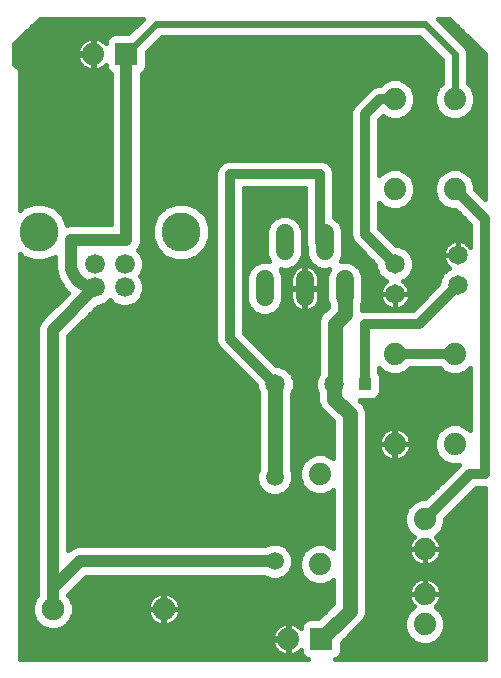
<source format=gbl>
G75*
%MOIN*%
%OFA0B0*%
%FSLAX25Y25*%
%IPPOS*%
%LPD*%
%AMOC8*
5,1,8,0,0,1.08239X$1,22.5*
%
%ADD10C,0.06500*%
%ADD11C,0.07500*%
%ADD12C,0.05943*%
%ADD13C,0.07400*%
%ADD14C,0.05943*%
%ADD15R,0.07400X0.07400*%
%ADD16C,0.06600*%
%ADD17C,0.13000*%
%ADD18C,0.03200*%
%ADD19C,0.01600*%
%ADD20C,0.05000*%
%ADD21R,0.04362X0.04362*%
%ADD22C,0.04000*%
%ADD23C,0.02400*%
D10*
X0091950Y0096800D03*
X0111650Y0096800D03*
X0131800Y0126800D03*
X0131800Y0136800D03*
X0152745Y0139753D03*
X0152745Y0129753D03*
D11*
X0054800Y0021800D03*
X0017800Y0021800D03*
D12*
X0091800Y0037800D03*
X0091800Y0065800D03*
D13*
X0106800Y0066800D03*
X0106800Y0036800D03*
X0096300Y0011800D03*
X0141800Y0016800D03*
X0141800Y0026800D03*
X0141800Y0041800D03*
X0141800Y0051800D03*
X0131800Y0076800D03*
X0151800Y0076800D03*
X0151800Y0106800D03*
X0131800Y0106800D03*
X0131800Y0161800D03*
X0151800Y0161800D03*
X0151800Y0191800D03*
X0131800Y0191800D03*
X0031300Y0206800D03*
D14*
X0088414Y0131701D02*
X0088414Y0125757D01*
X0095107Y0141112D02*
X0095107Y0147055D01*
X0101800Y0131701D02*
X0101800Y0125757D01*
X0108493Y0141112D02*
X0108493Y0147055D01*
X0115186Y0131701D02*
X0115186Y0125757D01*
D15*
X0042300Y0206800D03*
X0107300Y0011800D03*
D16*
X0041721Y0129000D03*
X0041721Y0136800D03*
X0031879Y0136800D03*
X0031879Y0129000D03*
D17*
X0013100Y0147500D03*
X0060500Y0147500D03*
D18*
X0076800Y0166800D02*
X0106800Y0166800D01*
X0106800Y0144083D01*
X0108493Y0144083D01*
X0121800Y0146800D02*
X0131800Y0136800D01*
X0121800Y0146800D02*
X0121800Y0186800D01*
X0126800Y0191800D01*
X0131800Y0191800D01*
X0151800Y0161800D02*
X0161800Y0151800D01*
X0161800Y0066800D01*
X0156800Y0066800D01*
X0141800Y0051800D01*
X0121800Y0096800D02*
X0121800Y0116800D01*
X0139792Y0116800D01*
X0152745Y0129753D01*
X0151800Y0106800D02*
X0131800Y0106800D01*
X0091950Y0096800D02*
X0076800Y0111950D01*
X0076800Y0166800D01*
D19*
X0006800Y0140082D02*
X0006800Y0005000D01*
X0102722Y0005000D01*
X0101787Y0005387D01*
X0100887Y0006287D01*
X0100400Y0007463D01*
X0100400Y0008122D01*
X0099883Y0007605D01*
X0099183Y0007096D01*
X0098411Y0006703D01*
X0097588Y0006435D01*
X0096733Y0006300D01*
X0096500Y0006300D01*
X0096500Y0011600D01*
X0096100Y0011600D01*
X0096100Y0006300D01*
X0095867Y0006300D01*
X0095012Y0006435D01*
X0094189Y0006703D01*
X0093417Y0007096D01*
X0092717Y0007605D01*
X0092105Y0008217D01*
X0091596Y0008917D01*
X0091203Y0009689D01*
X0090935Y0010512D01*
X0090800Y0011367D01*
X0090800Y0011600D01*
X0096100Y0011600D01*
X0096100Y0012000D01*
X0096100Y0017300D01*
X0095867Y0017300D01*
X0095012Y0017165D01*
X0094189Y0016897D01*
X0093417Y0016504D01*
X0092717Y0015995D01*
X0092105Y0015383D01*
X0091596Y0014683D01*
X0091203Y0013911D01*
X0090935Y0013088D01*
X0090800Y0012233D01*
X0090800Y0012000D01*
X0096100Y0012000D01*
X0096500Y0012000D01*
X0096500Y0017300D01*
X0096733Y0017300D01*
X0097588Y0017165D01*
X0098411Y0016897D01*
X0099183Y0016504D01*
X0099883Y0015995D01*
X0100400Y0015478D01*
X0100400Y0016137D01*
X0100887Y0017313D01*
X0101787Y0018213D01*
X0102963Y0018700D01*
X0106139Y0018700D01*
X0111100Y0023661D01*
X0111100Y0031342D01*
X0110709Y0030950D01*
X0108172Y0029900D01*
X0105427Y0029900D01*
X0102891Y0030950D01*
X0100950Y0032891D01*
X0099900Y0035427D01*
X0099900Y0038172D01*
X0100950Y0040709D01*
X0102891Y0042650D01*
X0105427Y0043700D01*
X0108172Y0043700D01*
X0110709Y0042650D01*
X0111100Y0042258D01*
X0111100Y0061342D01*
X0110709Y0060950D01*
X0108172Y0059900D01*
X0105427Y0059900D01*
X0102891Y0060950D01*
X0100950Y0062891D01*
X0099900Y0065427D01*
X0099900Y0068172D01*
X0100950Y0070709D01*
X0102891Y0072650D01*
X0105427Y0073700D01*
X0108172Y0073700D01*
X0110709Y0072650D01*
X0111100Y0072258D01*
X0111100Y0084439D01*
X0108421Y0087118D01*
X0106818Y0088721D01*
X0105950Y0090816D01*
X0105950Y0093706D01*
X0105200Y0095517D01*
X0105200Y0098083D01*
X0106100Y0100256D01*
X0106100Y0117934D01*
X0106968Y0120029D01*
X0109486Y0122547D01*
X0109486Y0123391D01*
X0109014Y0124530D01*
X0109014Y0132928D01*
X0109874Y0135004D01*
X0109721Y0134940D01*
X0107265Y0134940D01*
X0104997Y0135880D01*
X0103261Y0137616D01*
X0102321Y0139884D01*
X0102321Y0142353D01*
X0102000Y0143129D01*
X0102000Y0162000D01*
X0081600Y0162000D01*
X0081600Y0113938D01*
X0092288Y0103250D01*
X0093233Y0103250D01*
X0095604Y0102268D01*
X0097418Y0100454D01*
X0098400Y0098083D01*
X0098400Y0095517D01*
X0097500Y0093344D01*
X0097500Y0068166D01*
X0097972Y0067028D01*
X0097972Y0064572D01*
X0097032Y0062304D01*
X0095296Y0060568D01*
X0093028Y0059628D01*
X0090572Y0059628D01*
X0088304Y0060568D01*
X0086568Y0062304D01*
X0085628Y0064572D01*
X0085628Y0067028D01*
X0086100Y0068166D01*
X0086100Y0094068D01*
X0085500Y0095517D01*
X0085500Y0096462D01*
X0074081Y0107881D01*
X0072731Y0109231D01*
X0072000Y0110995D01*
X0072000Y0167755D01*
X0072731Y0169519D01*
X0074081Y0170869D01*
X0075845Y0171600D01*
X0107755Y0171600D01*
X0109519Y0170869D01*
X0110869Y0169519D01*
X0111600Y0167755D01*
X0111600Y0152448D01*
X0111989Y0152287D01*
X0113725Y0150551D01*
X0114665Y0148283D01*
X0114665Y0139884D01*
X0113805Y0137809D01*
X0113958Y0137872D01*
X0116413Y0137872D01*
X0118682Y0136933D01*
X0120418Y0135197D01*
X0121357Y0132928D01*
X0121357Y0124530D01*
X0120886Y0123391D01*
X0120886Y0121600D01*
X0137804Y0121600D01*
X0146295Y0130091D01*
X0146295Y0131036D01*
X0147277Y0133406D01*
X0149091Y0135221D01*
X0149919Y0135564D01*
X0149455Y0135901D01*
X0148893Y0136463D01*
X0148426Y0137106D01*
X0148065Y0137814D01*
X0147819Y0138570D01*
X0147695Y0139355D01*
X0147695Y0139753D01*
X0152745Y0139753D01*
X0152745Y0139753D01*
X0152745Y0144803D01*
X0153142Y0144803D01*
X0153927Y0144678D01*
X0154683Y0144433D01*
X0155392Y0144072D01*
X0156035Y0143605D01*
X0156597Y0143043D01*
X0157000Y0142488D01*
X0157000Y0149812D01*
X0151912Y0154900D01*
X0150427Y0154900D01*
X0147891Y0155950D01*
X0145950Y0157891D01*
X0144900Y0160427D01*
X0144900Y0163172D01*
X0145950Y0165709D01*
X0147891Y0167650D01*
X0150427Y0168700D01*
X0153172Y0168700D01*
X0155709Y0167650D01*
X0157650Y0165709D01*
X0158700Y0163172D01*
X0158700Y0161688D01*
X0161800Y0158588D01*
X0161800Y0206800D01*
X0150039Y0218561D01*
X0146262Y0218561D01*
X0154292Y0210530D01*
X0155530Y0209292D01*
X0156200Y0207675D01*
X0156200Y0197158D01*
X0157650Y0195709D01*
X0158700Y0193172D01*
X0158700Y0190427D01*
X0157650Y0187891D01*
X0155709Y0185950D01*
X0153172Y0184900D01*
X0150427Y0184900D01*
X0147891Y0185950D01*
X0145950Y0187891D01*
X0144900Y0190427D01*
X0144900Y0193172D01*
X0145950Y0195709D01*
X0147400Y0197158D01*
X0147400Y0204977D01*
X0139977Y0212400D01*
X0054123Y0212400D01*
X0049200Y0207477D01*
X0049200Y0202463D01*
X0048713Y0201287D01*
X0047813Y0200387D01*
X0047500Y0200258D01*
X0047500Y0143766D01*
X0046708Y0141854D01*
X0046284Y0141430D01*
X0047232Y0140482D01*
X0048221Y0138093D01*
X0048221Y0135507D01*
X0047232Y0133118D01*
X0047014Y0132900D01*
X0047232Y0132682D01*
X0048221Y0130293D01*
X0048221Y0127707D01*
X0047232Y0125318D01*
X0045403Y0123490D01*
X0043014Y0122500D01*
X0040428Y0122500D01*
X0038039Y0123490D01*
X0036800Y0124729D01*
X0035561Y0123490D01*
X0033172Y0122500D01*
X0032733Y0122500D01*
X0023000Y0112767D01*
X0023000Y0041354D01*
X0023854Y0042208D01*
X0025766Y0043000D01*
X0088272Y0043000D01*
X0088304Y0043032D01*
X0090572Y0043972D01*
X0093028Y0043972D01*
X0095296Y0043032D01*
X0097032Y0041296D01*
X0097972Y0039028D01*
X0097972Y0036572D01*
X0097032Y0034304D01*
X0095296Y0032568D01*
X0093028Y0031628D01*
X0090572Y0031628D01*
X0088304Y0032568D01*
X0088272Y0032600D01*
X0028954Y0032600D01*
X0023000Y0026646D01*
X0023000Y0026429D01*
X0023692Y0025737D01*
X0024750Y0023182D01*
X0024750Y0020418D01*
X0023692Y0017863D01*
X0021737Y0015908D01*
X0019182Y0014850D01*
X0016418Y0014850D01*
X0013863Y0015908D01*
X0011908Y0017863D01*
X0010850Y0020418D01*
X0010850Y0023182D01*
X0011908Y0025737D01*
X0012600Y0026429D01*
X0012600Y0115956D01*
X0013392Y0117867D01*
X0014854Y0119330D01*
X0022792Y0127267D01*
X0022372Y0127572D01*
X0022372Y0127572D01*
X0019900Y0130975D01*
X0018600Y0134976D01*
X0018600Y0139282D01*
X0018595Y0139277D01*
X0015029Y0137800D01*
X0011171Y0137800D01*
X0007605Y0139277D01*
X0006800Y0140082D01*
X0006800Y0139272D02*
X0007617Y0139272D01*
X0006800Y0137673D02*
X0018600Y0137673D01*
X0018600Y0136075D02*
X0006800Y0136075D01*
X0006800Y0134476D02*
X0018762Y0134476D01*
X0019282Y0132878D02*
X0006800Y0132878D01*
X0006800Y0131279D02*
X0019801Y0131279D01*
X0020840Y0129681D02*
X0006800Y0129681D01*
X0006800Y0128082D02*
X0022002Y0128082D01*
X0022009Y0126484D02*
X0006800Y0126484D01*
X0006800Y0124885D02*
X0020410Y0124885D01*
X0018812Y0123287D02*
X0006800Y0123287D01*
X0006800Y0121688D02*
X0017213Y0121688D01*
X0015615Y0120090D02*
X0006800Y0120090D01*
X0006800Y0118491D02*
X0014016Y0118491D01*
X0012988Y0116893D02*
X0006800Y0116893D01*
X0006800Y0115294D02*
X0012600Y0115294D01*
X0012600Y0113696D02*
X0006800Y0113696D01*
X0006800Y0112097D02*
X0012600Y0112097D01*
X0012600Y0110499D02*
X0006800Y0110499D01*
X0006800Y0108900D02*
X0012600Y0108900D01*
X0012600Y0107302D02*
X0006800Y0107302D01*
X0006800Y0105703D02*
X0012600Y0105703D01*
X0012600Y0104105D02*
X0006800Y0104105D01*
X0006800Y0102506D02*
X0012600Y0102506D01*
X0012600Y0100908D02*
X0006800Y0100908D01*
X0006800Y0099309D02*
X0012600Y0099309D01*
X0012600Y0097711D02*
X0006800Y0097711D01*
X0006800Y0096112D02*
X0012600Y0096112D01*
X0012600Y0094514D02*
X0006800Y0094514D01*
X0006800Y0092915D02*
X0012600Y0092915D01*
X0012600Y0091317D02*
X0006800Y0091317D01*
X0006800Y0089718D02*
X0012600Y0089718D01*
X0012600Y0088120D02*
X0006800Y0088120D01*
X0006800Y0086521D02*
X0012600Y0086521D01*
X0012600Y0084923D02*
X0006800Y0084923D01*
X0006800Y0083324D02*
X0012600Y0083324D01*
X0012600Y0081726D02*
X0006800Y0081726D01*
X0006800Y0080127D02*
X0012600Y0080127D01*
X0012600Y0078529D02*
X0006800Y0078529D01*
X0006800Y0076930D02*
X0012600Y0076930D01*
X0012600Y0075332D02*
X0006800Y0075332D01*
X0006800Y0073733D02*
X0012600Y0073733D01*
X0012600Y0072134D02*
X0006800Y0072134D01*
X0006800Y0070536D02*
X0012600Y0070536D01*
X0012600Y0068937D02*
X0006800Y0068937D01*
X0006800Y0067339D02*
X0012600Y0067339D01*
X0012600Y0065740D02*
X0006800Y0065740D01*
X0006800Y0064142D02*
X0012600Y0064142D01*
X0012600Y0062543D02*
X0006800Y0062543D01*
X0006800Y0060945D02*
X0012600Y0060945D01*
X0012600Y0059346D02*
X0006800Y0059346D01*
X0006800Y0057748D02*
X0012600Y0057748D01*
X0012600Y0056149D02*
X0006800Y0056149D01*
X0006800Y0054551D02*
X0012600Y0054551D01*
X0012600Y0052952D02*
X0006800Y0052952D01*
X0006800Y0051354D02*
X0012600Y0051354D01*
X0012600Y0049755D02*
X0006800Y0049755D01*
X0006800Y0048157D02*
X0012600Y0048157D01*
X0012600Y0046558D02*
X0006800Y0046558D01*
X0006800Y0044960D02*
X0012600Y0044960D01*
X0012600Y0043361D02*
X0006800Y0043361D01*
X0006800Y0041763D02*
X0012600Y0041763D01*
X0012600Y0040164D02*
X0006800Y0040164D01*
X0006800Y0038566D02*
X0012600Y0038566D01*
X0012600Y0036967D02*
X0006800Y0036967D01*
X0006800Y0035369D02*
X0012600Y0035369D01*
X0012600Y0033770D02*
X0006800Y0033770D01*
X0006800Y0032172D02*
X0012600Y0032172D01*
X0012600Y0030573D02*
X0006800Y0030573D01*
X0006800Y0028975D02*
X0012600Y0028975D01*
X0012600Y0027376D02*
X0006800Y0027376D01*
X0006800Y0025778D02*
X0011949Y0025778D01*
X0011263Y0024179D02*
X0006800Y0024179D01*
X0006800Y0022581D02*
X0010850Y0022581D01*
X0010850Y0020982D02*
X0006800Y0020982D01*
X0006800Y0019384D02*
X0011278Y0019384D01*
X0011986Y0017785D02*
X0006800Y0017785D01*
X0006800Y0016187D02*
X0013585Y0016187D01*
X0006800Y0014588D02*
X0091548Y0014588D01*
X0090920Y0012990D02*
X0006800Y0012990D01*
X0006800Y0011391D02*
X0090800Y0011391D01*
X0091169Y0009793D02*
X0006800Y0009793D01*
X0006800Y0008194D02*
X0092128Y0008194D01*
X0094519Y0006596D02*
X0006800Y0006596D01*
X0022015Y0016187D02*
X0092980Y0016187D01*
X0096100Y0016187D02*
X0096500Y0016187D01*
X0096500Y0014588D02*
X0096100Y0014588D01*
X0096100Y0012990D02*
X0096500Y0012990D01*
X0096500Y0011391D02*
X0096100Y0011391D01*
X0096100Y0009793D02*
X0096500Y0009793D01*
X0096500Y0008194D02*
X0096100Y0008194D01*
X0096100Y0006596D02*
X0096500Y0006596D01*
X0098081Y0006596D02*
X0100759Y0006596D01*
X0100421Y0016187D02*
X0099620Y0016187D01*
X0101360Y0017785D02*
X0058634Y0017785D01*
X0058416Y0017567D02*
X0059033Y0018184D01*
X0059547Y0018891D01*
X0059943Y0019670D01*
X0060213Y0020500D01*
X0060350Y0021363D01*
X0060350Y0021714D01*
X0054886Y0021714D01*
X0054886Y0021886D01*
X0060350Y0021886D01*
X0060350Y0022237D01*
X0060213Y0023100D01*
X0059943Y0023930D01*
X0059547Y0024709D01*
X0059033Y0025416D01*
X0058416Y0026033D01*
X0057709Y0026547D01*
X0056930Y0026943D01*
X0056100Y0027213D01*
X0055237Y0027350D01*
X0054886Y0027350D01*
X0054886Y0021886D01*
X0054714Y0021886D01*
X0054714Y0027350D01*
X0054363Y0027350D01*
X0053500Y0027213D01*
X0052670Y0026943D01*
X0051891Y0026547D01*
X0051184Y0026033D01*
X0050567Y0025416D01*
X0050053Y0024709D01*
X0049657Y0023930D01*
X0049387Y0023100D01*
X0049250Y0022237D01*
X0049250Y0021886D01*
X0054714Y0021886D01*
X0054714Y0021714D01*
X0054886Y0021714D01*
X0054886Y0016250D01*
X0055237Y0016250D01*
X0056100Y0016387D01*
X0056930Y0016657D01*
X0057709Y0017053D01*
X0058416Y0017567D01*
X0059798Y0019384D02*
X0106823Y0019384D01*
X0108421Y0020982D02*
X0060290Y0020982D01*
X0060296Y0022581D02*
X0110020Y0022581D01*
X0111100Y0024179D02*
X0059817Y0024179D01*
X0058671Y0025778D02*
X0111100Y0025778D01*
X0111100Y0027376D02*
X0023730Y0027376D01*
X0023651Y0025778D02*
X0050929Y0025778D01*
X0049783Y0024179D02*
X0024337Y0024179D01*
X0024750Y0022581D02*
X0049304Y0022581D01*
X0049250Y0021714D02*
X0049250Y0021363D01*
X0049387Y0020500D01*
X0049657Y0019670D01*
X0050053Y0018891D01*
X0050567Y0018184D01*
X0051184Y0017567D01*
X0051891Y0017053D01*
X0052670Y0016657D01*
X0053500Y0016387D01*
X0054363Y0016250D01*
X0054714Y0016250D01*
X0054714Y0021714D01*
X0049250Y0021714D01*
X0049310Y0020982D02*
X0024750Y0020982D01*
X0024322Y0019384D02*
X0049802Y0019384D01*
X0050966Y0017785D02*
X0023614Y0017785D01*
X0025329Y0028975D02*
X0111100Y0028975D01*
X0111100Y0030573D02*
X0109798Y0030573D01*
X0103802Y0030573D02*
X0026927Y0030573D01*
X0028526Y0032172D02*
X0089261Y0032172D01*
X0094339Y0032172D02*
X0101670Y0032172D01*
X0100586Y0033770D02*
X0096498Y0033770D01*
X0097473Y0035369D02*
X0099924Y0035369D01*
X0099900Y0036967D02*
X0097972Y0036967D01*
X0097972Y0038566D02*
X0100063Y0038566D01*
X0100725Y0040164D02*
X0097501Y0040164D01*
X0096565Y0041763D02*
X0102005Y0041763D01*
X0104610Y0043361D02*
X0094501Y0043361D01*
X0089099Y0043361D02*
X0023000Y0043361D01*
X0023000Y0041763D02*
X0023409Y0041763D01*
X0023000Y0044960D02*
X0111100Y0044960D01*
X0111100Y0046558D02*
X0023000Y0046558D01*
X0023000Y0048157D02*
X0111100Y0048157D01*
X0111100Y0049755D02*
X0023000Y0049755D01*
X0023000Y0051354D02*
X0111100Y0051354D01*
X0111100Y0052952D02*
X0023000Y0052952D01*
X0023000Y0054551D02*
X0111100Y0054551D01*
X0111100Y0056149D02*
X0023000Y0056149D01*
X0023000Y0057748D02*
X0111100Y0057748D01*
X0111100Y0059346D02*
X0023000Y0059346D01*
X0023000Y0060945D02*
X0087927Y0060945D01*
X0086469Y0062543D02*
X0023000Y0062543D01*
X0023000Y0064142D02*
X0085807Y0064142D01*
X0085628Y0065740D02*
X0023000Y0065740D01*
X0023000Y0067339D02*
X0085757Y0067339D01*
X0086100Y0068937D02*
X0023000Y0068937D01*
X0023000Y0070536D02*
X0086100Y0070536D01*
X0086100Y0072134D02*
X0023000Y0072134D01*
X0023000Y0073733D02*
X0086100Y0073733D01*
X0086100Y0075332D02*
X0023000Y0075332D01*
X0023000Y0076930D02*
X0086100Y0076930D01*
X0086100Y0078529D02*
X0023000Y0078529D01*
X0023000Y0080127D02*
X0086100Y0080127D01*
X0086100Y0081726D02*
X0023000Y0081726D01*
X0023000Y0083324D02*
X0086100Y0083324D01*
X0086100Y0084923D02*
X0023000Y0084923D01*
X0023000Y0086521D02*
X0086100Y0086521D01*
X0086100Y0088120D02*
X0023000Y0088120D01*
X0023000Y0089718D02*
X0086100Y0089718D01*
X0086100Y0091317D02*
X0023000Y0091317D01*
X0023000Y0092915D02*
X0086100Y0092915D01*
X0085916Y0094514D02*
X0023000Y0094514D01*
X0023000Y0096112D02*
X0085500Y0096112D01*
X0084251Y0097711D02*
X0023000Y0097711D01*
X0023000Y0099309D02*
X0082653Y0099309D01*
X0081054Y0100908D02*
X0023000Y0100908D01*
X0023000Y0102506D02*
X0079456Y0102506D01*
X0077857Y0104105D02*
X0023000Y0104105D01*
X0023000Y0105703D02*
X0076259Y0105703D01*
X0074660Y0107302D02*
X0023000Y0107302D01*
X0023000Y0108900D02*
X0073062Y0108900D01*
X0072206Y0110499D02*
X0023000Y0110499D01*
X0023000Y0112097D02*
X0072000Y0112097D01*
X0072000Y0113696D02*
X0023928Y0113696D01*
X0025527Y0115294D02*
X0072000Y0115294D01*
X0072000Y0116893D02*
X0027125Y0116893D01*
X0028724Y0118491D02*
X0072000Y0118491D01*
X0072000Y0120090D02*
X0030322Y0120090D01*
X0031921Y0121688D02*
X0072000Y0121688D01*
X0072000Y0123287D02*
X0044914Y0123287D01*
X0046799Y0124885D02*
X0072000Y0124885D01*
X0072000Y0126484D02*
X0047715Y0126484D01*
X0048221Y0128082D02*
X0072000Y0128082D01*
X0072000Y0129681D02*
X0048221Y0129681D01*
X0047813Y0131279D02*
X0072000Y0131279D01*
X0072000Y0132878D02*
X0047036Y0132878D01*
X0047794Y0134476D02*
X0072000Y0134476D01*
X0072000Y0136075D02*
X0048221Y0136075D01*
X0048221Y0137673D02*
X0072000Y0137673D01*
X0072000Y0139272D02*
X0065983Y0139272D01*
X0065995Y0139277D02*
X0068723Y0142005D01*
X0070200Y0145571D01*
X0070200Y0149429D01*
X0068723Y0152995D01*
X0065995Y0155723D01*
X0062429Y0157200D01*
X0058571Y0157200D01*
X0055005Y0155723D01*
X0052277Y0152995D01*
X0050800Y0149429D01*
X0050800Y0145571D01*
X0052277Y0142005D01*
X0055005Y0139277D01*
X0058571Y0137800D01*
X0062429Y0137800D01*
X0065995Y0139277D01*
X0067588Y0140870D02*
X0072000Y0140870D01*
X0072000Y0142469D02*
X0068915Y0142469D01*
X0069577Y0144068D02*
X0072000Y0144068D01*
X0072000Y0145666D02*
X0070200Y0145666D01*
X0070200Y0147265D02*
X0072000Y0147265D01*
X0072000Y0148863D02*
X0070200Y0148863D01*
X0069772Y0150462D02*
X0072000Y0150462D01*
X0072000Y0152060D02*
X0069110Y0152060D01*
X0068059Y0153659D02*
X0072000Y0153659D01*
X0072000Y0155257D02*
X0066461Y0155257D01*
X0063261Y0156856D02*
X0072000Y0156856D01*
X0072000Y0158454D02*
X0047500Y0158454D01*
X0047500Y0156856D02*
X0057739Y0156856D01*
X0054539Y0155257D02*
X0047500Y0155257D01*
X0047500Y0153659D02*
X0052941Y0153659D01*
X0051890Y0152060D02*
X0047500Y0152060D01*
X0047500Y0150462D02*
X0051228Y0150462D01*
X0050800Y0148863D02*
X0047500Y0148863D01*
X0047500Y0147265D02*
X0050800Y0147265D01*
X0050800Y0145666D02*
X0047500Y0145666D01*
X0047500Y0144068D02*
X0051423Y0144068D01*
X0052085Y0142469D02*
X0046963Y0142469D01*
X0046843Y0140870D02*
X0053412Y0140870D01*
X0055017Y0139272D02*
X0047733Y0139272D01*
X0037100Y0150000D02*
X0022766Y0150000D01*
X0022593Y0149929D01*
X0021323Y0152995D01*
X0018595Y0155723D01*
X0015029Y0157200D01*
X0011171Y0157200D01*
X0007605Y0155723D01*
X0006800Y0154918D01*
X0006800Y0201800D01*
X0005000Y0203600D01*
X0005000Y0210000D01*
X0013561Y0218561D01*
X0047838Y0218561D01*
X0042977Y0213700D01*
X0037963Y0213700D01*
X0036787Y0213213D01*
X0035887Y0212313D01*
X0035400Y0211137D01*
X0035400Y0210478D01*
X0034883Y0210995D01*
X0034183Y0211504D01*
X0033411Y0211897D01*
X0032588Y0212165D01*
X0031733Y0212300D01*
X0031500Y0212300D01*
X0031500Y0207000D01*
X0031100Y0207000D01*
X0031100Y0212300D01*
X0030867Y0212300D01*
X0030012Y0212165D01*
X0029189Y0211897D01*
X0028417Y0211504D01*
X0027717Y0210995D01*
X0027105Y0210383D01*
X0026596Y0209683D01*
X0026203Y0208911D01*
X0025935Y0208088D01*
X0025800Y0207233D01*
X0025800Y0207000D01*
X0031100Y0207000D01*
X0031100Y0206600D01*
X0031500Y0206600D01*
X0031500Y0201300D01*
X0031733Y0201300D01*
X0032588Y0201435D01*
X0033411Y0201703D01*
X0034183Y0202096D01*
X0034883Y0202605D01*
X0035400Y0203122D01*
X0035400Y0202463D01*
X0035887Y0201287D01*
X0036787Y0200387D01*
X0037100Y0200258D01*
X0037100Y0150000D01*
X0037100Y0150462D02*
X0022372Y0150462D01*
X0021710Y0152060D02*
X0037100Y0152060D01*
X0037100Y0153659D02*
X0020659Y0153659D01*
X0019061Y0155257D02*
X0037100Y0155257D01*
X0037100Y0156856D02*
X0015861Y0156856D01*
X0010339Y0156856D02*
X0006800Y0156856D01*
X0006800Y0158454D02*
X0037100Y0158454D01*
X0037100Y0160053D02*
X0006800Y0160053D01*
X0006800Y0161651D02*
X0037100Y0161651D01*
X0037100Y0163250D02*
X0006800Y0163250D01*
X0006800Y0164848D02*
X0037100Y0164848D01*
X0037100Y0166447D02*
X0006800Y0166447D01*
X0006800Y0168045D02*
X0037100Y0168045D01*
X0037100Y0169644D02*
X0006800Y0169644D01*
X0006800Y0171242D02*
X0037100Y0171242D01*
X0037100Y0172841D02*
X0006800Y0172841D01*
X0006800Y0174439D02*
X0037100Y0174439D01*
X0037100Y0176038D02*
X0006800Y0176038D01*
X0006800Y0177636D02*
X0037100Y0177636D01*
X0037100Y0179235D02*
X0006800Y0179235D01*
X0006800Y0180833D02*
X0037100Y0180833D01*
X0037100Y0182432D02*
X0006800Y0182432D01*
X0006800Y0184030D02*
X0037100Y0184030D01*
X0037100Y0185629D02*
X0006800Y0185629D01*
X0006800Y0187227D02*
X0037100Y0187227D01*
X0037100Y0188826D02*
X0006800Y0188826D01*
X0006800Y0190424D02*
X0037100Y0190424D01*
X0037100Y0192023D02*
X0006800Y0192023D01*
X0006800Y0193621D02*
X0037100Y0193621D01*
X0037100Y0195220D02*
X0006800Y0195220D01*
X0006800Y0196818D02*
X0037100Y0196818D01*
X0037100Y0198417D02*
X0006800Y0198417D01*
X0006800Y0200015D02*
X0037100Y0200015D01*
X0035752Y0201614D02*
X0033137Y0201614D01*
X0031500Y0201614D02*
X0031100Y0201614D01*
X0031100Y0201300D02*
X0031100Y0206600D01*
X0025800Y0206600D01*
X0025800Y0206367D01*
X0025935Y0205512D01*
X0026203Y0204689D01*
X0026596Y0203917D01*
X0027105Y0203217D01*
X0027717Y0202605D01*
X0028417Y0202096D01*
X0029189Y0201703D01*
X0030012Y0201435D01*
X0030867Y0201300D01*
X0031100Y0201300D01*
X0029463Y0201614D02*
X0006800Y0201614D01*
X0005388Y0203212D02*
X0027109Y0203212D01*
X0026163Y0204811D02*
X0005000Y0204811D01*
X0005000Y0206409D02*
X0025800Y0206409D01*
X0025923Y0208008D02*
X0005000Y0208008D01*
X0005000Y0209606D02*
X0026557Y0209606D01*
X0028006Y0211205D02*
X0006205Y0211205D01*
X0007803Y0212803D02*
X0036378Y0212803D01*
X0035428Y0211205D02*
X0034594Y0211205D01*
X0031500Y0211205D02*
X0031100Y0211205D01*
X0031100Y0209606D02*
X0031500Y0209606D01*
X0031500Y0208008D02*
X0031100Y0208008D01*
X0031100Y0206409D02*
X0031500Y0206409D01*
X0031500Y0204811D02*
X0031100Y0204811D01*
X0031100Y0203212D02*
X0031500Y0203212D01*
X0043679Y0214402D02*
X0009402Y0214402D01*
X0011001Y0216001D02*
X0045278Y0216001D01*
X0046877Y0217599D02*
X0012599Y0217599D01*
X0047500Y0200015D02*
X0147400Y0200015D01*
X0147400Y0198417D02*
X0133856Y0198417D01*
X0133172Y0198700D02*
X0130427Y0198700D01*
X0127891Y0197650D01*
X0126842Y0196600D01*
X0125845Y0196600D01*
X0124081Y0195869D01*
X0119081Y0190869D01*
X0117731Y0189519D01*
X0117000Y0187755D01*
X0117000Y0145845D01*
X0117731Y0144081D01*
X0125350Y0136462D01*
X0125350Y0135517D01*
X0126332Y0133146D01*
X0128146Y0131332D01*
X0128974Y0130989D01*
X0128510Y0130652D01*
X0127948Y0130090D01*
X0127481Y0129447D01*
X0127120Y0128739D01*
X0126874Y0127983D01*
X0126750Y0127197D01*
X0126750Y0126800D01*
X0131800Y0126800D01*
X0136850Y0126800D01*
X0136850Y0127197D01*
X0136726Y0127983D01*
X0136480Y0128739D01*
X0136119Y0129447D01*
X0135652Y0130090D01*
X0135090Y0130652D01*
X0134626Y0130989D01*
X0135454Y0131332D01*
X0137268Y0133146D01*
X0138250Y0135517D01*
X0138250Y0138083D01*
X0137268Y0140454D01*
X0135454Y0142268D01*
X0133083Y0143250D01*
X0132138Y0143250D01*
X0126600Y0148788D01*
X0126600Y0157242D01*
X0127891Y0155950D01*
X0130427Y0154900D01*
X0133172Y0154900D01*
X0135709Y0155950D01*
X0137650Y0157891D01*
X0138700Y0160427D01*
X0138700Y0163172D01*
X0137650Y0165709D01*
X0135709Y0167650D01*
X0133172Y0168700D01*
X0130427Y0168700D01*
X0127891Y0167650D01*
X0126600Y0166358D01*
X0126600Y0184812D01*
X0127815Y0186027D01*
X0127891Y0185950D01*
X0130427Y0184900D01*
X0133172Y0184900D01*
X0135709Y0185950D01*
X0137650Y0187891D01*
X0138700Y0190427D01*
X0138700Y0193172D01*
X0137650Y0195709D01*
X0135709Y0197650D01*
X0133172Y0198700D01*
X0129744Y0198417D02*
X0047500Y0198417D01*
X0047500Y0196818D02*
X0127060Y0196818D01*
X0123432Y0195220D02*
X0047500Y0195220D01*
X0047500Y0193621D02*
X0121833Y0193621D01*
X0120235Y0192023D02*
X0047500Y0192023D01*
X0047500Y0190424D02*
X0118636Y0190424D01*
X0117444Y0188826D02*
X0047500Y0188826D01*
X0047500Y0187227D02*
X0117000Y0187227D01*
X0117000Y0185629D02*
X0047500Y0185629D01*
X0047500Y0184030D02*
X0117000Y0184030D01*
X0117000Y0182432D02*
X0047500Y0182432D01*
X0047500Y0180833D02*
X0117000Y0180833D01*
X0117000Y0179235D02*
X0047500Y0179235D01*
X0047500Y0177636D02*
X0117000Y0177636D01*
X0117000Y0176038D02*
X0047500Y0176038D01*
X0047500Y0174439D02*
X0117000Y0174439D01*
X0117000Y0172841D02*
X0047500Y0172841D01*
X0047500Y0171242D02*
X0074981Y0171242D01*
X0072855Y0169644D02*
X0047500Y0169644D01*
X0047500Y0168045D02*
X0072120Y0168045D01*
X0072000Y0166447D02*
X0047500Y0166447D01*
X0047500Y0164848D02*
X0072000Y0164848D01*
X0072000Y0163250D02*
X0047500Y0163250D01*
X0047500Y0161651D02*
X0072000Y0161651D01*
X0072000Y0160053D02*
X0047500Y0160053D01*
X0038529Y0123287D02*
X0035071Y0123287D01*
X0018600Y0139272D02*
X0018583Y0139272D01*
X0007139Y0155257D02*
X0006800Y0155257D01*
X0048848Y0201614D02*
X0147400Y0201614D01*
X0147400Y0203212D02*
X0049200Y0203212D01*
X0049200Y0204811D02*
X0147400Y0204811D01*
X0145968Y0206409D02*
X0049200Y0206409D01*
X0049730Y0208008D02*
X0144369Y0208008D01*
X0142771Y0209606D02*
X0051329Y0209606D01*
X0052928Y0211205D02*
X0141172Y0211205D01*
X0147223Y0217599D02*
X0151001Y0217599D01*
X0152599Y0216001D02*
X0148822Y0216001D01*
X0150421Y0214402D02*
X0154198Y0214402D01*
X0155796Y0212803D02*
X0152019Y0212803D01*
X0153618Y0211205D02*
X0157395Y0211205D01*
X0158994Y0209606D02*
X0155216Y0209606D01*
X0156062Y0208008D02*
X0160592Y0208008D01*
X0161800Y0206409D02*
X0156200Y0206409D01*
X0156200Y0204811D02*
X0161800Y0204811D01*
X0161800Y0203212D02*
X0156200Y0203212D01*
X0156200Y0201614D02*
X0161800Y0201614D01*
X0161800Y0200015D02*
X0156200Y0200015D01*
X0156200Y0198417D02*
X0161800Y0198417D01*
X0161800Y0196818D02*
X0156540Y0196818D01*
X0157852Y0195220D02*
X0161800Y0195220D01*
X0161800Y0193621D02*
X0158514Y0193621D01*
X0158700Y0192023D02*
X0161800Y0192023D01*
X0161800Y0190424D02*
X0158699Y0190424D01*
X0158037Y0188826D02*
X0161800Y0188826D01*
X0161800Y0187227D02*
X0156985Y0187227D01*
X0154932Y0185629D02*
X0161800Y0185629D01*
X0161800Y0184030D02*
X0126600Y0184030D01*
X0126600Y0182432D02*
X0161800Y0182432D01*
X0161800Y0180833D02*
X0126600Y0180833D01*
X0126600Y0179235D02*
X0161800Y0179235D01*
X0161800Y0177636D02*
X0126600Y0177636D01*
X0126600Y0176038D02*
X0161800Y0176038D01*
X0161800Y0174439D02*
X0126600Y0174439D01*
X0126600Y0172841D02*
X0161800Y0172841D01*
X0161800Y0171242D02*
X0126600Y0171242D01*
X0126600Y0169644D02*
X0161800Y0169644D01*
X0161800Y0168045D02*
X0154753Y0168045D01*
X0156911Y0166447D02*
X0161800Y0166447D01*
X0161800Y0164848D02*
X0158006Y0164848D01*
X0158668Y0163250D02*
X0161800Y0163250D01*
X0161800Y0161651D02*
X0158737Y0161651D01*
X0160336Y0160053D02*
X0161800Y0160053D01*
X0154752Y0152060D02*
X0126600Y0152060D01*
X0126600Y0150462D02*
X0156350Y0150462D01*
X0157000Y0148863D02*
X0126600Y0148863D01*
X0128124Y0147265D02*
X0157000Y0147265D01*
X0157000Y0145666D02*
X0129722Y0145666D01*
X0131321Y0144068D02*
X0150092Y0144068D01*
X0150098Y0144072D02*
X0149455Y0143605D01*
X0148893Y0143043D01*
X0148426Y0142400D01*
X0148065Y0141691D01*
X0147819Y0140935D01*
X0147695Y0140150D01*
X0147695Y0139753D01*
X0152745Y0139753D01*
X0152745Y0144803D01*
X0152347Y0144803D01*
X0151562Y0144678D01*
X0150806Y0144433D01*
X0150098Y0144072D01*
X0148476Y0142469D02*
X0134968Y0142469D01*
X0136851Y0140870D02*
X0147809Y0140870D01*
X0147708Y0139272D02*
X0137758Y0139272D01*
X0138250Y0137673D02*
X0148137Y0137673D01*
X0149281Y0136075D02*
X0138250Y0136075D01*
X0137819Y0134476D02*
X0148347Y0134476D01*
X0147058Y0132878D02*
X0137000Y0132878D01*
X0135327Y0131279D02*
X0146396Y0131279D01*
X0145885Y0129681D02*
X0135949Y0129681D01*
X0136693Y0128082D02*
X0144286Y0128082D01*
X0142688Y0126484D02*
X0136850Y0126484D01*
X0136850Y0126403D02*
X0136850Y0126800D01*
X0131800Y0126800D01*
X0131800Y0126800D01*
X0131800Y0126800D01*
X0131800Y0121750D01*
X0132197Y0121750D01*
X0132983Y0121874D01*
X0133739Y0122120D01*
X0134447Y0122481D01*
X0135090Y0122948D01*
X0135652Y0123510D01*
X0136119Y0124153D01*
X0136480Y0124861D01*
X0136726Y0125617D01*
X0136850Y0126403D01*
X0136488Y0124885D02*
X0141089Y0124885D01*
X0139491Y0123287D02*
X0135429Y0123287D01*
X0137892Y0121688D02*
X0120886Y0121688D01*
X0120886Y0123287D02*
X0128171Y0123287D01*
X0127948Y0123510D02*
X0128510Y0122948D01*
X0129153Y0122481D01*
X0129861Y0122120D01*
X0130617Y0121874D01*
X0131403Y0121750D01*
X0131800Y0121750D01*
X0131800Y0126800D01*
X0131800Y0126800D01*
X0126750Y0126800D01*
X0126750Y0126403D01*
X0126874Y0125617D01*
X0127120Y0124861D01*
X0127481Y0124153D01*
X0127948Y0123510D01*
X0127112Y0124885D02*
X0121357Y0124885D01*
X0121357Y0126484D02*
X0126750Y0126484D01*
X0126907Y0128082D02*
X0121357Y0128082D01*
X0121357Y0129681D02*
X0127651Y0129681D01*
X0128273Y0131279D02*
X0121357Y0131279D01*
X0121357Y0132878D02*
X0126600Y0132878D01*
X0125781Y0134476D02*
X0120716Y0134476D01*
X0119540Y0136075D02*
X0125350Y0136075D01*
X0124138Y0137673D02*
X0116894Y0137673D01*
X0114411Y0139272D02*
X0122540Y0139272D01*
X0120941Y0140870D02*
X0114665Y0140870D01*
X0114665Y0142469D02*
X0119343Y0142469D01*
X0117744Y0144068D02*
X0114665Y0144068D01*
X0114665Y0145666D02*
X0117074Y0145666D01*
X0117000Y0147265D02*
X0114665Y0147265D01*
X0114424Y0148863D02*
X0117000Y0148863D01*
X0117000Y0150462D02*
X0113762Y0150462D01*
X0112216Y0152060D02*
X0117000Y0152060D01*
X0117000Y0153659D02*
X0111600Y0153659D01*
X0111600Y0155257D02*
X0117000Y0155257D01*
X0117000Y0156856D02*
X0111600Y0156856D01*
X0111600Y0158454D02*
X0117000Y0158454D01*
X0117000Y0160053D02*
X0111600Y0160053D01*
X0111600Y0161651D02*
X0117000Y0161651D01*
X0117000Y0163250D02*
X0111600Y0163250D01*
X0111600Y0164848D02*
X0117000Y0164848D01*
X0117000Y0166447D02*
X0111600Y0166447D01*
X0111480Y0168045D02*
X0117000Y0168045D01*
X0117000Y0169644D02*
X0110745Y0169644D01*
X0108619Y0171242D02*
X0117000Y0171242D01*
X0126600Y0168045D02*
X0128847Y0168045D01*
X0126689Y0166447D02*
X0126600Y0166447D01*
X0134753Y0168045D02*
X0148847Y0168045D01*
X0146689Y0166447D02*
X0136911Y0166447D01*
X0138006Y0164848D02*
X0145594Y0164848D01*
X0144932Y0163250D02*
X0138668Y0163250D01*
X0138700Y0161651D02*
X0144900Y0161651D01*
X0145055Y0160053D02*
X0138545Y0160053D01*
X0137883Y0158454D02*
X0145717Y0158454D01*
X0146986Y0156856D02*
X0136614Y0156856D01*
X0134035Y0155257D02*
X0149565Y0155257D01*
X0153153Y0153659D02*
X0126600Y0153659D01*
X0126600Y0155257D02*
X0129565Y0155257D01*
X0126986Y0156856D02*
X0126600Y0156856D01*
X0109655Y0134476D02*
X0105681Y0134476D01*
X0105881Y0134202D02*
X0105440Y0134809D01*
X0104909Y0135340D01*
X0104301Y0135782D01*
X0103632Y0136123D01*
X0102917Y0136355D01*
X0102176Y0136472D01*
X0101886Y0136472D01*
X0101886Y0128815D01*
X0106572Y0128815D01*
X0106572Y0132076D01*
X0106454Y0132818D01*
X0106222Y0133532D01*
X0105881Y0134202D01*
X0106435Y0132878D02*
X0109014Y0132878D01*
X0109014Y0131279D02*
X0106572Y0131279D01*
X0106572Y0129681D02*
X0109014Y0129681D01*
X0109014Y0128082D02*
X0106572Y0128082D01*
X0106572Y0128643D02*
X0101886Y0128643D01*
X0101886Y0120986D01*
X0102176Y0120986D01*
X0102917Y0121103D01*
X0103632Y0121335D01*
X0104301Y0121676D01*
X0104909Y0122118D01*
X0105440Y0122649D01*
X0105881Y0123257D01*
X0106222Y0123926D01*
X0106454Y0124640D01*
X0106572Y0125382D01*
X0106572Y0128643D01*
X0106572Y0126484D02*
X0109014Y0126484D01*
X0109014Y0124885D02*
X0106493Y0124885D01*
X0105896Y0123287D02*
X0109486Y0123287D01*
X0108627Y0121688D02*
X0104317Y0121688D01*
X0101886Y0121688D02*
X0101714Y0121688D01*
X0101714Y0120986D02*
X0101714Y0128643D01*
X0101886Y0128643D01*
X0101886Y0128815D01*
X0101714Y0128815D01*
X0101714Y0128643D01*
X0097028Y0128643D01*
X0097028Y0125382D01*
X0097146Y0124640D01*
X0097378Y0123926D01*
X0097719Y0123257D01*
X0098160Y0122649D01*
X0098691Y0122118D01*
X0099299Y0121676D01*
X0099968Y0121335D01*
X0100683Y0121103D01*
X0101424Y0120986D01*
X0101714Y0120986D01*
X0101714Y0123287D02*
X0101886Y0123287D01*
X0101886Y0124885D02*
X0101714Y0124885D01*
X0101714Y0126484D02*
X0101886Y0126484D01*
X0101886Y0128082D02*
X0101714Y0128082D01*
X0101714Y0128815D02*
X0097028Y0128815D01*
X0097028Y0132076D01*
X0097146Y0132818D01*
X0097378Y0133532D01*
X0097719Y0134202D01*
X0098160Y0134809D01*
X0098691Y0135340D01*
X0099299Y0135782D01*
X0099968Y0136123D01*
X0100683Y0136355D01*
X0101424Y0136472D01*
X0101714Y0136472D01*
X0101714Y0128815D01*
X0101714Y0129681D02*
X0101886Y0129681D01*
X0101886Y0131279D02*
X0101714Y0131279D01*
X0101714Y0132878D02*
X0101886Y0132878D01*
X0101886Y0134476D02*
X0101714Y0134476D01*
X0101714Y0136075D02*
X0101886Y0136075D01*
X0103726Y0136075D02*
X0104802Y0136075D01*
X0103237Y0137673D02*
X0100363Y0137673D01*
X0100339Y0137616D02*
X0101279Y0139884D01*
X0101279Y0148283D01*
X0100339Y0150551D01*
X0098603Y0152287D01*
X0096335Y0153227D01*
X0093879Y0153227D01*
X0091611Y0152287D01*
X0089875Y0150551D01*
X0088935Y0148283D01*
X0088935Y0139884D01*
X0089795Y0137809D01*
X0089642Y0137872D01*
X0087187Y0137872D01*
X0084918Y0136933D01*
X0083182Y0135197D01*
X0082243Y0132928D01*
X0082243Y0124530D01*
X0083182Y0122262D01*
X0084918Y0120525D01*
X0087187Y0119586D01*
X0089642Y0119586D01*
X0091910Y0120525D01*
X0093646Y0122262D01*
X0094586Y0124530D01*
X0094586Y0132928D01*
X0093726Y0135004D01*
X0093879Y0134940D01*
X0096335Y0134940D01*
X0098603Y0135880D01*
X0100339Y0137616D01*
X0099874Y0136075D02*
X0098798Y0136075D01*
X0097919Y0134476D02*
X0093945Y0134476D01*
X0094586Y0132878D02*
X0097165Y0132878D01*
X0097028Y0131279D02*
X0094586Y0131279D01*
X0094586Y0129681D02*
X0097028Y0129681D01*
X0097028Y0128082D02*
X0094586Y0128082D01*
X0094586Y0126484D02*
X0097028Y0126484D01*
X0097107Y0124885D02*
X0094586Y0124885D01*
X0094071Y0123287D02*
X0097703Y0123287D01*
X0099283Y0121688D02*
X0093073Y0121688D01*
X0090859Y0120090D02*
X0107029Y0120090D01*
X0106331Y0118491D02*
X0081600Y0118491D01*
X0081600Y0116893D02*
X0106100Y0116893D01*
X0106100Y0115294D02*
X0081600Y0115294D01*
X0081842Y0113696D02*
X0106100Y0113696D01*
X0106100Y0112097D02*
X0083441Y0112097D01*
X0085039Y0110499D02*
X0106100Y0110499D01*
X0106100Y0108900D02*
X0086638Y0108900D01*
X0088236Y0107302D02*
X0106100Y0107302D01*
X0106100Y0105703D02*
X0089835Y0105703D01*
X0091433Y0104105D02*
X0106100Y0104105D01*
X0106100Y0102506D02*
X0095029Y0102506D01*
X0096964Y0100908D02*
X0106100Y0100908D01*
X0105708Y0099309D02*
X0097892Y0099309D01*
X0098400Y0097711D02*
X0105200Y0097711D01*
X0105200Y0096112D02*
X0098400Y0096112D01*
X0097984Y0094514D02*
X0105616Y0094514D01*
X0105950Y0092915D02*
X0097500Y0092915D01*
X0097500Y0091317D02*
X0105950Y0091317D01*
X0106405Y0089718D02*
X0097500Y0089718D01*
X0097500Y0088120D02*
X0107419Y0088120D01*
X0109018Y0086521D02*
X0097500Y0086521D01*
X0097500Y0084923D02*
X0110616Y0084923D01*
X0111100Y0083324D02*
X0097500Y0083324D01*
X0097500Y0081726D02*
X0111100Y0081726D01*
X0111100Y0080127D02*
X0097500Y0080127D01*
X0097500Y0078529D02*
X0111100Y0078529D01*
X0111100Y0076930D02*
X0097500Y0076930D01*
X0097500Y0075332D02*
X0111100Y0075332D01*
X0111100Y0073733D02*
X0097500Y0073733D01*
X0097500Y0072134D02*
X0102376Y0072134D01*
X0100879Y0070536D02*
X0097500Y0070536D01*
X0097500Y0068937D02*
X0100217Y0068937D01*
X0099900Y0067339D02*
X0097843Y0067339D01*
X0097972Y0065740D02*
X0099900Y0065740D01*
X0100432Y0064142D02*
X0097793Y0064142D01*
X0097131Y0062543D02*
X0101298Y0062543D01*
X0102905Y0060945D02*
X0095673Y0060945D01*
X0108990Y0043361D02*
X0111100Y0043361D01*
X0122500Y0043361D02*
X0136524Y0043361D01*
X0136435Y0043088D02*
X0136300Y0042233D01*
X0136300Y0041800D01*
X0141800Y0041800D01*
X0147300Y0041800D01*
X0147300Y0042233D01*
X0147165Y0043088D01*
X0146897Y0043911D01*
X0146504Y0044683D01*
X0145995Y0045383D01*
X0145510Y0045868D01*
X0145709Y0045950D01*
X0147650Y0047891D01*
X0148700Y0050427D01*
X0148700Y0051912D01*
X0158788Y0062000D01*
X0161800Y0062000D01*
X0161800Y0005000D01*
X0111878Y0005000D01*
X0112813Y0005387D01*
X0113713Y0006287D01*
X0114200Y0007463D01*
X0114200Y0010639D01*
X0120029Y0016468D01*
X0121632Y0018071D01*
X0122500Y0020166D01*
X0122500Y0087934D01*
X0121632Y0090029D01*
X0120242Y0091419D01*
X0124618Y0091419D01*
X0125794Y0091906D01*
X0126694Y0092806D01*
X0127181Y0093982D01*
X0127181Y0099618D01*
X0126694Y0100794D01*
X0126600Y0100888D01*
X0126600Y0102242D01*
X0127891Y0100950D01*
X0130427Y0099900D01*
X0133172Y0099900D01*
X0135709Y0100950D01*
X0136758Y0102000D01*
X0146842Y0102000D01*
X0147891Y0100950D01*
X0150427Y0099900D01*
X0153172Y0099900D01*
X0155709Y0100950D01*
X0157000Y0102242D01*
X0157000Y0081358D01*
X0155709Y0082650D01*
X0153172Y0083700D01*
X0150427Y0083700D01*
X0147891Y0082650D01*
X0145950Y0080709D01*
X0144900Y0078172D01*
X0144900Y0075427D01*
X0145950Y0072891D01*
X0147891Y0070950D01*
X0150427Y0069900D01*
X0153112Y0069900D01*
X0141912Y0058700D01*
X0140427Y0058700D01*
X0137891Y0057650D01*
X0135950Y0055709D01*
X0134900Y0053172D01*
X0134900Y0050427D01*
X0135950Y0047891D01*
X0137891Y0045950D01*
X0138090Y0045868D01*
X0137605Y0045383D01*
X0137096Y0044683D01*
X0136703Y0043911D01*
X0136435Y0043088D01*
X0136300Y0041800D02*
X0136300Y0041367D01*
X0136435Y0040512D01*
X0136703Y0039689D01*
X0137096Y0038917D01*
X0137605Y0038217D01*
X0138217Y0037605D01*
X0138917Y0037096D01*
X0139689Y0036703D01*
X0140512Y0036435D01*
X0141367Y0036300D01*
X0141800Y0036300D01*
X0142233Y0036300D01*
X0143088Y0036435D01*
X0143911Y0036703D01*
X0144683Y0037096D01*
X0145383Y0037605D01*
X0145995Y0038217D01*
X0146504Y0038917D01*
X0146897Y0039689D01*
X0147165Y0040512D01*
X0147300Y0041367D01*
X0147300Y0041800D01*
X0141800Y0041800D01*
X0141800Y0041800D01*
X0141800Y0036300D01*
X0141800Y0041800D01*
X0141800Y0041800D01*
X0141800Y0041800D01*
X0136300Y0041800D01*
X0136300Y0041763D02*
X0122500Y0041763D01*
X0122500Y0040164D02*
X0136548Y0040164D01*
X0137351Y0038566D02*
X0122500Y0038566D01*
X0122500Y0036967D02*
X0139170Y0036967D01*
X0141800Y0036967D02*
X0141800Y0036967D01*
X0141800Y0038566D02*
X0141800Y0038566D01*
X0141800Y0040164D02*
X0141800Y0040164D01*
X0141800Y0041763D02*
X0141800Y0041763D01*
X0144430Y0036967D02*
X0161800Y0036967D01*
X0161800Y0035369D02*
X0122500Y0035369D01*
X0122500Y0033770D02*
X0161800Y0033770D01*
X0161800Y0032172D02*
X0143043Y0032172D01*
X0143088Y0032165D02*
X0142233Y0032300D01*
X0141800Y0032300D01*
X0141800Y0026800D01*
X0147300Y0026800D01*
X0147300Y0027233D01*
X0147165Y0028088D01*
X0146897Y0028911D01*
X0146504Y0029683D01*
X0145995Y0030383D01*
X0145383Y0030995D01*
X0144683Y0031504D01*
X0143911Y0031897D01*
X0143088Y0032165D01*
X0141800Y0032172D02*
X0141800Y0032172D01*
X0141800Y0032300D02*
X0141367Y0032300D01*
X0140512Y0032165D01*
X0139689Y0031897D01*
X0138917Y0031504D01*
X0138217Y0030995D01*
X0137605Y0030383D01*
X0137096Y0029683D01*
X0136703Y0028911D01*
X0136435Y0028088D01*
X0136300Y0027233D01*
X0136300Y0026800D01*
X0141800Y0026800D01*
X0141800Y0026800D01*
X0141800Y0026800D01*
X0147300Y0026800D01*
X0147300Y0026367D01*
X0147165Y0025512D01*
X0146897Y0024689D01*
X0146504Y0023917D01*
X0145995Y0023217D01*
X0145510Y0022732D01*
X0145709Y0022650D01*
X0147650Y0020709D01*
X0148700Y0018172D01*
X0148700Y0015427D01*
X0147650Y0012891D01*
X0145709Y0010950D01*
X0143172Y0009900D01*
X0140427Y0009900D01*
X0137891Y0010950D01*
X0135950Y0012891D01*
X0134900Y0015427D01*
X0134900Y0018172D01*
X0135950Y0020709D01*
X0137891Y0022650D01*
X0138090Y0022732D01*
X0137605Y0023217D01*
X0137096Y0023917D01*
X0136703Y0024689D01*
X0136435Y0025512D01*
X0136300Y0026367D01*
X0136300Y0026800D01*
X0141800Y0026800D01*
X0141800Y0026800D01*
X0141800Y0032300D01*
X0140557Y0032172D02*
X0122500Y0032172D01*
X0122500Y0030573D02*
X0137795Y0030573D01*
X0136735Y0028975D02*
X0122500Y0028975D01*
X0122500Y0027376D02*
X0136323Y0027376D01*
X0136393Y0025778D02*
X0122500Y0025778D01*
X0122500Y0024179D02*
X0136963Y0024179D01*
X0137823Y0022581D02*
X0122500Y0022581D01*
X0122500Y0020982D02*
X0136224Y0020982D01*
X0135402Y0019384D02*
X0122176Y0019384D01*
X0121346Y0017785D02*
X0134900Y0017785D01*
X0134900Y0016187D02*
X0119748Y0016187D01*
X0118149Y0014588D02*
X0135248Y0014588D01*
X0135910Y0012990D02*
X0116551Y0012990D01*
X0114952Y0011391D02*
X0137451Y0011391D01*
X0146149Y0011391D02*
X0161800Y0011391D01*
X0161800Y0009793D02*
X0114200Y0009793D01*
X0114200Y0008194D02*
X0161800Y0008194D01*
X0161800Y0006596D02*
X0113840Y0006596D01*
X0141800Y0027376D02*
X0141800Y0027376D01*
X0141800Y0028975D02*
X0141800Y0028975D01*
X0141800Y0030573D02*
X0141800Y0030573D01*
X0145805Y0030573D02*
X0161800Y0030573D01*
X0161800Y0028975D02*
X0146865Y0028975D01*
X0147277Y0027376D02*
X0161800Y0027376D01*
X0161800Y0025778D02*
X0147207Y0025778D01*
X0146637Y0024179D02*
X0161800Y0024179D01*
X0161800Y0022581D02*
X0145777Y0022581D01*
X0147376Y0020982D02*
X0161800Y0020982D01*
X0161800Y0019384D02*
X0148198Y0019384D01*
X0148700Y0017785D02*
X0161800Y0017785D01*
X0161800Y0016187D02*
X0148700Y0016187D01*
X0148352Y0014588D02*
X0161800Y0014588D01*
X0161800Y0012990D02*
X0147690Y0012990D01*
X0146249Y0038566D02*
X0161800Y0038566D01*
X0161800Y0040164D02*
X0147052Y0040164D01*
X0147300Y0041763D02*
X0161800Y0041763D01*
X0161800Y0043361D02*
X0147076Y0043361D01*
X0146303Y0044960D02*
X0161800Y0044960D01*
X0161800Y0046558D02*
X0146316Y0046558D01*
X0147759Y0048157D02*
X0161800Y0048157D01*
X0161800Y0049755D02*
X0148422Y0049755D01*
X0148700Y0051354D02*
X0161800Y0051354D01*
X0161800Y0052952D02*
X0149741Y0052952D01*
X0151339Y0054551D02*
X0161800Y0054551D01*
X0161800Y0056149D02*
X0152938Y0056149D01*
X0154536Y0057748D02*
X0161800Y0057748D01*
X0161800Y0059346D02*
X0156135Y0059346D01*
X0157733Y0060945D02*
X0161800Y0060945D01*
X0152149Y0068937D02*
X0122500Y0068937D01*
X0122500Y0067339D02*
X0150551Y0067339D01*
X0148952Y0065740D02*
X0122500Y0065740D01*
X0122500Y0064142D02*
X0147354Y0064142D01*
X0145755Y0062543D02*
X0122500Y0062543D01*
X0122500Y0060945D02*
X0144157Y0060945D01*
X0142558Y0059346D02*
X0122500Y0059346D01*
X0122500Y0057748D02*
X0138129Y0057748D01*
X0136391Y0056149D02*
X0122500Y0056149D01*
X0122500Y0054551D02*
X0135471Y0054551D01*
X0134900Y0052952D02*
X0122500Y0052952D01*
X0122500Y0051354D02*
X0134900Y0051354D01*
X0135178Y0049755D02*
X0122500Y0049755D01*
X0122500Y0048157D02*
X0135841Y0048157D01*
X0137284Y0046558D02*
X0122500Y0046558D01*
X0122500Y0044960D02*
X0137297Y0044960D01*
X0133088Y0071435D02*
X0133911Y0071703D01*
X0134683Y0072096D01*
X0135383Y0072605D01*
X0135995Y0073217D01*
X0136504Y0073917D01*
X0136897Y0074689D01*
X0137165Y0075512D01*
X0137300Y0076367D01*
X0137300Y0076714D01*
X0131886Y0076714D01*
X0131886Y0076886D01*
X0131714Y0076886D01*
X0131714Y0082300D01*
X0131367Y0082300D01*
X0130512Y0082165D01*
X0129689Y0081897D01*
X0128917Y0081504D01*
X0128217Y0080995D01*
X0127605Y0080383D01*
X0127096Y0079683D01*
X0126703Y0078911D01*
X0126435Y0078088D01*
X0126300Y0077233D01*
X0126300Y0076886D01*
X0131714Y0076886D01*
X0131714Y0076714D01*
X0126300Y0076714D01*
X0126300Y0076367D01*
X0126435Y0075512D01*
X0126703Y0074689D01*
X0127096Y0073917D01*
X0127605Y0073217D01*
X0128217Y0072605D01*
X0128917Y0072096D01*
X0129689Y0071703D01*
X0130512Y0071435D01*
X0131367Y0071300D01*
X0131714Y0071300D01*
X0131714Y0076714D01*
X0131886Y0076714D01*
X0131886Y0071300D01*
X0132233Y0071300D01*
X0133088Y0071435D01*
X0131886Y0072134D02*
X0131714Y0072134D01*
X0131714Y0073733D02*
X0131886Y0073733D01*
X0131886Y0075332D02*
X0131714Y0075332D01*
X0131886Y0076886D02*
X0137300Y0076886D01*
X0137300Y0077233D01*
X0137165Y0078088D01*
X0136897Y0078911D01*
X0136504Y0079683D01*
X0135995Y0080383D01*
X0135383Y0080995D01*
X0134683Y0081504D01*
X0133911Y0081897D01*
X0133088Y0082165D01*
X0132233Y0082300D01*
X0131886Y0082300D01*
X0131886Y0076886D01*
X0131886Y0076930D02*
X0131714Y0076930D01*
X0131714Y0078529D02*
X0131886Y0078529D01*
X0131886Y0080127D02*
X0131714Y0080127D01*
X0131714Y0081726D02*
X0131886Y0081726D01*
X0134248Y0081726D02*
X0146967Y0081726D01*
X0145710Y0080127D02*
X0136181Y0080127D01*
X0137021Y0078529D02*
X0145047Y0078529D01*
X0144900Y0076930D02*
X0137300Y0076930D01*
X0137106Y0075332D02*
X0144940Y0075332D01*
X0145602Y0073733D02*
X0136370Y0073733D01*
X0134736Y0072134D02*
X0146707Y0072134D01*
X0148892Y0070536D02*
X0122500Y0070536D01*
X0122500Y0072134D02*
X0128864Y0072134D01*
X0127230Y0073733D02*
X0122500Y0073733D01*
X0122500Y0075332D02*
X0126494Y0075332D01*
X0126300Y0076930D02*
X0122500Y0076930D01*
X0122500Y0078529D02*
X0126579Y0078529D01*
X0127419Y0080127D02*
X0122500Y0080127D01*
X0122500Y0081726D02*
X0129352Y0081726D01*
X0122500Y0083324D02*
X0149520Y0083324D01*
X0154080Y0083324D02*
X0157000Y0083324D01*
X0157000Y0081726D02*
X0156632Y0081726D01*
X0157000Y0084923D02*
X0122500Y0084923D01*
X0122500Y0086521D02*
X0157000Y0086521D01*
X0157000Y0088120D02*
X0122423Y0088120D01*
X0121761Y0089718D02*
X0157000Y0089718D01*
X0157000Y0091317D02*
X0120344Y0091317D01*
X0126739Y0092915D02*
X0157000Y0092915D01*
X0157000Y0094514D02*
X0127181Y0094514D01*
X0127181Y0096112D02*
X0157000Y0096112D01*
X0157000Y0097711D02*
X0127181Y0097711D01*
X0127181Y0099309D02*
X0157000Y0099309D01*
X0157000Y0100908D02*
X0155605Y0100908D01*
X0147995Y0100908D02*
X0135605Y0100908D01*
X0127995Y0100908D02*
X0126600Y0100908D01*
X0131800Y0123287D02*
X0131800Y0123287D01*
X0131800Y0124885D02*
X0131800Y0124885D01*
X0131800Y0126484D02*
X0131800Y0126484D01*
X0152745Y0139753D02*
X0152745Y0139753D01*
X0152745Y0140870D02*
X0152745Y0140870D01*
X0152745Y0142469D02*
X0152745Y0142469D01*
X0152745Y0144068D02*
X0152745Y0144068D01*
X0155398Y0144068D02*
X0157000Y0144068D01*
X0148668Y0185629D02*
X0134932Y0185629D01*
X0136985Y0187227D02*
X0146615Y0187227D01*
X0145563Y0188826D02*
X0138037Y0188826D01*
X0138699Y0190424D02*
X0144901Y0190424D01*
X0144900Y0192023D02*
X0138700Y0192023D01*
X0138514Y0193621D02*
X0145086Y0193621D01*
X0145748Y0195220D02*
X0137852Y0195220D01*
X0136540Y0196818D02*
X0147060Y0196818D01*
X0128668Y0185629D02*
X0127417Y0185629D01*
X0102000Y0161651D02*
X0081600Y0161651D01*
X0081600Y0160053D02*
X0102000Y0160053D01*
X0102000Y0158454D02*
X0081600Y0158454D01*
X0081600Y0156856D02*
X0102000Y0156856D01*
X0102000Y0155257D02*
X0081600Y0155257D01*
X0081600Y0153659D02*
X0102000Y0153659D01*
X0102000Y0152060D02*
X0098830Y0152060D01*
X0100376Y0150462D02*
X0102000Y0150462D01*
X0102000Y0148863D02*
X0101038Y0148863D01*
X0101279Y0147265D02*
X0102000Y0147265D01*
X0102000Y0145666D02*
X0101279Y0145666D01*
X0101279Y0144068D02*
X0102000Y0144068D01*
X0102273Y0142469D02*
X0101279Y0142469D01*
X0101279Y0140870D02*
X0102321Y0140870D01*
X0102575Y0139272D02*
X0101025Y0139272D01*
X0089838Y0150462D02*
X0081600Y0150462D01*
X0081600Y0152060D02*
X0091384Y0152060D01*
X0089176Y0148863D02*
X0081600Y0148863D01*
X0081600Y0147265D02*
X0088935Y0147265D01*
X0088935Y0145666D02*
X0081600Y0145666D01*
X0081600Y0144068D02*
X0088935Y0144068D01*
X0088935Y0142469D02*
X0081600Y0142469D01*
X0081600Y0140870D02*
X0088935Y0140870D01*
X0089189Y0139272D02*
X0081600Y0139272D01*
X0081600Y0137673D02*
X0086706Y0137673D01*
X0084060Y0136075D02*
X0081600Y0136075D01*
X0081600Y0134476D02*
X0082884Y0134476D01*
X0082243Y0132878D02*
X0081600Y0132878D01*
X0081600Y0131279D02*
X0082243Y0131279D01*
X0082243Y0129681D02*
X0081600Y0129681D01*
X0081600Y0128082D02*
X0082243Y0128082D01*
X0082243Y0126484D02*
X0081600Y0126484D01*
X0081600Y0124885D02*
X0082243Y0124885D01*
X0082757Y0123287D02*
X0081600Y0123287D01*
X0081600Y0121688D02*
X0083755Y0121688D01*
X0081600Y0120090D02*
X0085970Y0120090D01*
X0110695Y0060945D02*
X0111100Y0060945D01*
X0054886Y0025778D02*
X0054714Y0025778D01*
X0054714Y0024179D02*
X0054886Y0024179D01*
X0054886Y0022581D02*
X0054714Y0022581D01*
X0054714Y0020982D02*
X0054886Y0020982D01*
X0054886Y0019384D02*
X0054714Y0019384D01*
X0054714Y0017785D02*
X0054886Y0017785D01*
D20*
X0091800Y0065800D02*
X0091800Y0096800D01*
X0091950Y0096800D01*
X0111650Y0096800D02*
X0111650Y0091950D01*
X0116800Y0086800D01*
X0116800Y0021300D01*
X0107300Y0011800D01*
X0111650Y0096800D02*
X0111800Y0096950D01*
X0111800Y0116800D01*
X0115186Y0120186D01*
X0115186Y0128729D01*
D21*
X0121800Y0096800D03*
D22*
X0091800Y0037800D02*
X0026800Y0037800D01*
X0017800Y0028800D01*
X0017800Y0021800D01*
X0017800Y0114921D01*
X0031879Y0129000D01*
X0031684Y0129002D01*
X0031489Y0129009D01*
X0031294Y0129021D01*
X0031099Y0129038D01*
X0030905Y0129059D01*
X0030712Y0129085D01*
X0030519Y0129115D01*
X0030327Y0129151D01*
X0030136Y0129190D01*
X0029946Y0129235D01*
X0029757Y0129284D01*
X0029569Y0129337D01*
X0029382Y0129395D01*
X0029198Y0129458D01*
X0029014Y0129525D01*
X0028832Y0129596D01*
X0028653Y0129672D01*
X0028475Y0129752D01*
X0028298Y0129837D01*
X0028125Y0129925D01*
X0027953Y0130018D01*
X0027783Y0130115D01*
X0027616Y0130216D01*
X0027452Y0130321D01*
X0027290Y0130430D01*
X0027130Y0130543D01*
X0026974Y0130660D01*
X0026820Y0130780D01*
X0026669Y0130904D01*
X0026522Y0131032D01*
X0026377Y0131163D01*
X0026236Y0131298D01*
X0026098Y0131436D01*
X0025963Y0131577D01*
X0025832Y0131722D01*
X0025704Y0131869D01*
X0025580Y0132020D01*
X0025460Y0132174D01*
X0025343Y0132330D01*
X0025230Y0132490D01*
X0025121Y0132652D01*
X0025016Y0132816D01*
X0024915Y0132983D01*
X0024818Y0133153D01*
X0024725Y0133325D01*
X0024637Y0133498D01*
X0024552Y0133675D01*
X0024472Y0133853D01*
X0024396Y0134032D01*
X0024325Y0134214D01*
X0024258Y0134398D01*
X0024195Y0134582D01*
X0024137Y0134769D01*
X0024084Y0134957D01*
X0024035Y0135146D01*
X0023990Y0135336D01*
X0023951Y0135527D01*
X0023915Y0135719D01*
X0023885Y0135912D01*
X0023859Y0136105D01*
X0023838Y0136299D01*
X0023821Y0136494D01*
X0023809Y0136689D01*
X0023802Y0136884D01*
X0023800Y0137079D01*
X0023800Y0144800D01*
X0042300Y0144800D01*
X0042300Y0206800D01*
D23*
X0052300Y0216800D01*
X0141800Y0216800D01*
X0151800Y0206800D01*
X0151800Y0191800D01*
M02*

</source>
